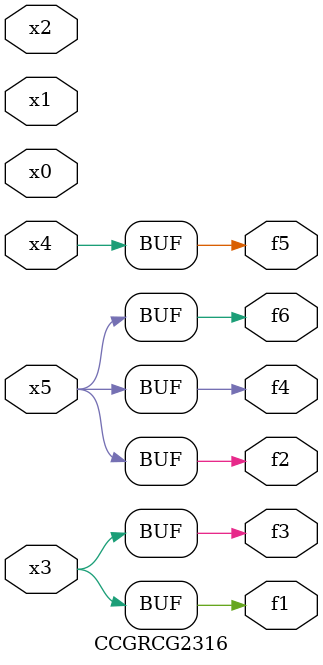
<source format=v>
module CCGRCG2316(
	input x0, x1, x2, x3, x4, x5,
	output f1, f2, f3, f4, f5, f6
);
	assign f1 = x3;
	assign f2 = x5;
	assign f3 = x3;
	assign f4 = x5;
	assign f5 = x4;
	assign f6 = x5;
endmodule

</source>
